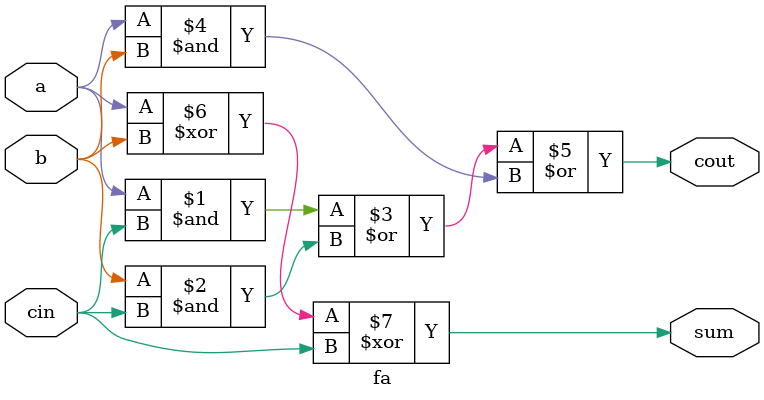
<source format=v>
module top_module #(
    parameter BIT_DATA = 4,
    parameter SUM_DATA = 5
) (
    input [BIT_DATA-1:0] x,
    input [BIT_DATA-1:0] y, 
    output [SUM_DATA-1:0] sum
);
    wire [BIT_DATA-1:0] cout;

    fa rca[BIT_DATA-1:0](x, y, {cout[BIT_DATA-2:0], 1'b0}, cout, sum[BIT_DATA-1:0]);

    assign sum[BIT_DATA] = cout[BIT_DATA-1];

endmodule

module fa (
    input a, b, cin,
    output cout, sum
);

    assign cout = a&cin | b&cin | a&b;
    assign sum = a ^ b ^ cin;
    
endmodule
</source>
